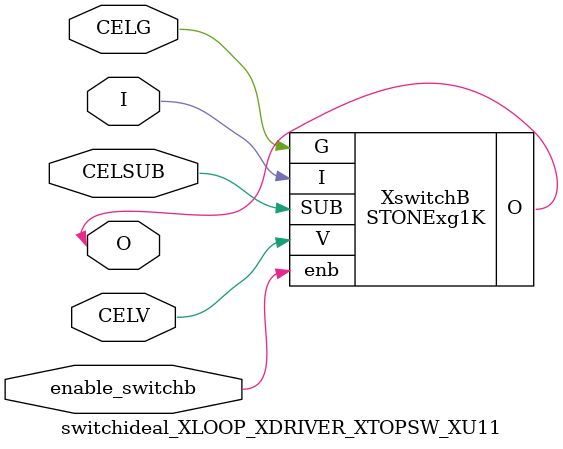
<source format=v>



module STONExg1K ( O, G, I, SUB, V, enb );

  input V;
  input I;
  input G;
  input enb;
  input SUB;
  output O;
endmodule

//Celera Confidential Do Not Copy switchideal_XLOOP_XDRIVER_XTOPSW_XU11
//Celera Confidential Symbol Generator
//1000 Ohm transmissionSwitch
module switchideal_XLOOP_XDRIVER_XTOPSW_XU11 (CELV,O,I,enable_switchb,CELG,CELSUB);
input CELV;
input I;
input enable_switchb;
inout O;
input CELG;
input CELSUB;

//Celera Confidential Do Not Copy STONExg1K
STONExg1K XswitchB(
.V (CELV),
.I (I),
.O (O),
.enb (enable_switchb),
.SUB (CELSUB),
.G (CELG)
);
//,diesize,STONExg1K

//Celera Confidential Do Not Copy Module End
//Celera Schematic Generator
endmodule

</source>
